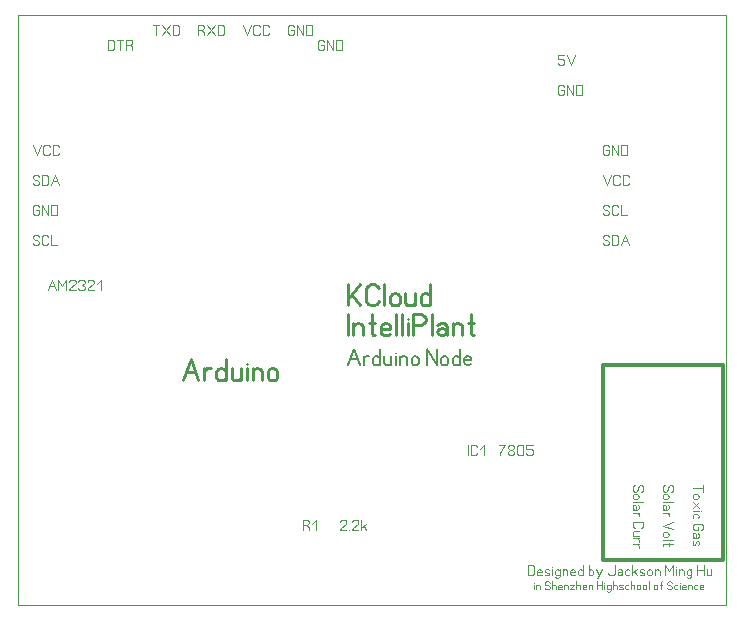
<source format=gbr>
%FSLAX34Y34*%
%MOMM*%
%LNSILK_BOTTOM_*%
G71*
G01*
%ADD10C, 0.00*%
%ADD11C, 0.22*%
%ADD12C, 0.11*%
%ADD13C, 0.17*%
%ADD14C, 0.09*%
%ADD15C, 0.30*%
%LPD*%
G54D10*
X0Y500000D02*
X600000Y500000D01*
X600000Y0D01*
X0Y0D01*
X0Y500000D01*
G54D11*
X139700Y190500D02*
X146367Y208278D01*
X153033Y190500D01*
G54D11*
X142367Y197167D02*
X150367Y197167D01*
G54D11*
X157922Y190500D02*
X157922Y200500D01*
G54D11*
X157922Y198278D02*
X160589Y200500D01*
X163255Y200500D01*
G54D11*
X176144Y190500D02*
X176144Y208278D01*
G54D11*
X176144Y197611D02*
X174811Y199833D01*
X172144Y200500D01*
X169477Y199833D01*
X168144Y197611D01*
X168144Y193167D01*
X169477Y190944D01*
X172144Y190500D01*
X174811Y190944D01*
X176144Y193167D01*
G54D11*
X189033Y200500D02*
X189033Y190500D01*
G54D11*
X189033Y192722D02*
X187700Y190944D01*
X185033Y190500D01*
X182366Y190944D01*
X181033Y192722D01*
X181033Y200500D01*
G54D11*
X193922Y190500D02*
X193922Y200500D01*
G54D11*
X193922Y203833D02*
X193922Y203833D01*
G54D11*
X198811Y190500D02*
X198811Y200500D01*
G54D11*
X198811Y198278D02*
X200144Y199833D01*
X202811Y200500D01*
X205478Y199833D01*
X206811Y198278D01*
X206811Y190500D01*
G54D11*
X219700Y193167D02*
X219700Y197611D01*
X218367Y199833D01*
X215700Y200500D01*
X213033Y199833D01*
X211700Y197611D01*
X211700Y193167D01*
X213033Y190944D01*
X215700Y190500D01*
X218367Y190944D01*
X219700Y193167D01*
G54D12*
X462533Y466089D02*
X457200Y466089D01*
X457200Y462200D01*
X457867Y462200D01*
X459200Y462756D01*
X460533Y462756D01*
X461867Y462200D01*
X462533Y461089D01*
X462533Y458867D01*
X461867Y457756D01*
X460533Y457200D01*
X459200Y457200D01*
X457867Y457756D01*
X457200Y458867D01*
G54D12*
X464977Y466089D02*
X468310Y457200D01*
X471644Y466089D01*
G54D12*
X459867Y436244D02*
X462533Y436244D01*
X462533Y433467D01*
X461867Y432356D01*
X460533Y431800D01*
X459200Y431800D01*
X457867Y432356D01*
X457200Y433467D01*
X457200Y439022D01*
X457867Y440133D01*
X459200Y440689D01*
X460533Y440689D01*
X461867Y440133D01*
X462533Y439022D01*
G54D12*
X464977Y431800D02*
X464977Y440689D01*
X470310Y431800D01*
X470310Y440689D01*
G54D12*
X472754Y431800D02*
X472754Y440689D01*
X476087Y440689D01*
X477421Y440133D01*
X478087Y439022D01*
X478087Y433467D01*
X477421Y432356D01*
X476087Y431800D01*
X472754Y431800D01*
G54D12*
X381000Y127000D02*
X381000Y135889D01*
G54D12*
X388777Y128667D02*
X388111Y127556D01*
X386777Y127000D01*
X385444Y127000D01*
X384111Y127556D01*
X383444Y128667D01*
X383444Y134222D01*
X384111Y135333D01*
X385444Y135889D01*
X386777Y135889D01*
X388111Y135333D01*
X388777Y134222D01*
G54D12*
X391221Y132556D02*
X394554Y135889D01*
X394554Y127000D01*
G54D12*
X407306Y135889D02*
X412639Y135889D01*
X411973Y134778D01*
X410639Y133111D01*
X409306Y130889D01*
X408639Y129222D01*
X408639Y127000D01*
G54D12*
X418416Y131444D02*
X417083Y131444D01*
X415750Y132000D01*
X415083Y133111D01*
X415083Y134222D01*
X415750Y135333D01*
X417083Y135889D01*
X418416Y135889D01*
X419750Y135333D01*
X420416Y134222D01*
X420416Y133111D01*
X419750Y132000D01*
X418416Y131444D01*
X419750Y130889D01*
X420416Y129778D01*
X420416Y128667D01*
X419750Y127556D01*
X418416Y127000D01*
X417083Y127000D01*
X415750Y127556D01*
X415083Y128667D01*
X415083Y129778D01*
X415750Y130889D01*
X417083Y131444D01*
G54D12*
X428193Y134222D02*
X428193Y128667D01*
X427527Y127556D01*
X426193Y127000D01*
X424860Y127000D01*
X423527Y127556D01*
X422860Y128667D01*
X422860Y134222D01*
X423527Y135333D01*
X424860Y135889D01*
X426193Y135889D01*
X427527Y135333D01*
X428193Y134222D01*
G54D12*
X435970Y135889D02*
X430637Y135889D01*
X430637Y132000D01*
X431304Y132000D01*
X432637Y132556D01*
X433970Y132556D01*
X435304Y132000D01*
X435970Y130889D01*
X435970Y128667D01*
X435304Y127556D01*
X433970Y127000D01*
X432637Y127000D01*
X431304Y127556D01*
X430637Y128667D01*
G54D12*
X243967Y67944D02*
X245967Y66833D01*
X246633Y65722D01*
X246633Y63500D01*
G54D12*
X241300Y63500D02*
X241300Y72389D01*
X244633Y72389D01*
X245967Y71833D01*
X246633Y70722D01*
X246633Y69611D01*
X245967Y68500D01*
X244633Y67944D01*
X241300Y67944D01*
G54D12*
X249077Y69056D02*
X252410Y72389D01*
X252410Y63500D01*
G54D12*
X278226Y63500D02*
X272893Y63500D01*
X272893Y64056D01*
X273560Y65167D01*
X277560Y68500D01*
X278226Y69611D01*
X278226Y70722D01*
X277560Y71833D01*
X276226Y72389D01*
X274893Y72389D01*
X273560Y71833D01*
X272893Y70722D01*
G54D12*
X280670Y63500D02*
X280670Y63500D01*
G54D12*
X288447Y63500D02*
X283114Y63500D01*
X283114Y64056D01*
X283781Y65167D01*
X287781Y68500D01*
X288447Y69611D01*
X288447Y70722D01*
X287781Y71833D01*
X286447Y72389D01*
X285114Y72389D01*
X283781Y71833D01*
X283114Y70722D01*
G54D12*
X290891Y63500D02*
X290891Y72389D01*
G54D12*
X292891Y66833D02*
X294891Y63500D01*
G54D12*
X290891Y65722D02*
X294891Y68500D01*
G54D11*
X279400Y254000D02*
X279400Y271778D01*
G54D11*
X279400Y259556D02*
X290067Y271778D01*
G54D11*
X283400Y262889D02*
X290067Y254000D01*
G54D11*
X305623Y257333D02*
X304289Y255111D01*
X301623Y254000D01*
X298956Y254000D01*
X296289Y255111D01*
X294956Y257333D01*
X294956Y268444D01*
X296289Y270667D01*
X298956Y271778D01*
X301623Y271778D01*
X304289Y270667D01*
X305623Y268444D01*
G54D11*
X310512Y254000D02*
X310512Y271778D01*
G54D11*
X323401Y256667D02*
X323401Y261111D01*
X322068Y263333D01*
X319401Y264000D01*
X316734Y263333D01*
X315401Y261111D01*
X315401Y256667D01*
X316734Y254444D01*
X319401Y254000D01*
X322068Y254444D01*
X323401Y256667D01*
G54D11*
X336290Y264000D02*
X336290Y254000D01*
G54D11*
X336290Y256222D02*
X334957Y254444D01*
X332290Y254000D01*
X329623Y254444D01*
X328290Y256222D01*
X328290Y264000D01*
G54D11*
X349179Y254000D02*
X349179Y271778D01*
G54D11*
X349179Y261111D02*
X347846Y263333D01*
X345179Y264000D01*
X342512Y263333D01*
X341179Y261111D01*
X341179Y256667D01*
X342512Y254444D01*
X345179Y254000D01*
X347846Y254444D01*
X349179Y256667D01*
G54D11*
X279400Y228600D02*
X279400Y246378D01*
G54D11*
X284289Y228600D02*
X284289Y238600D01*
G54D11*
X284289Y236378D02*
X285622Y237933D01*
X288289Y238600D01*
X290956Y237933D01*
X292289Y236378D01*
X292289Y228600D01*
G54D11*
X299845Y246378D02*
X299845Y229711D01*
X301178Y228600D01*
X302511Y229044D01*
G54D11*
X297178Y238600D02*
X302511Y238600D01*
G54D11*
X315400Y229711D02*
X313267Y228600D01*
X310600Y228600D01*
X307933Y229711D01*
X307400Y231933D01*
X307400Y235711D01*
X308733Y237933D01*
X311400Y238600D01*
X314067Y237933D01*
X315400Y236378D01*
X315400Y234156D01*
X307400Y234156D01*
G54D11*
X320289Y228600D02*
X320289Y246378D01*
G54D11*
X325178Y228600D02*
X325178Y246378D01*
G54D11*
X330067Y228600D02*
X330067Y238600D01*
G54D11*
X330067Y241933D02*
X330067Y241933D01*
G54D11*
X334956Y228600D02*
X334956Y246378D01*
X341623Y246378D01*
X344289Y245267D01*
X345623Y243044D01*
X345623Y240822D01*
X344289Y238600D01*
X341623Y237489D01*
X334956Y237489D01*
G54D11*
X350512Y228600D02*
X350512Y246378D01*
G54D11*
X355401Y237489D02*
X358068Y238600D01*
X361268Y238600D01*
X363401Y236378D01*
X363401Y228600D01*
G54D11*
X363401Y231933D02*
X362068Y234156D01*
X359401Y234600D01*
X356734Y234156D01*
X355401Y231933D01*
X355934Y229711D01*
X358068Y228600D01*
X359401Y228600D01*
X359934Y228600D01*
X362068Y229711D01*
X363401Y231933D01*
G54D11*
X368290Y228600D02*
X368290Y238600D01*
G54D11*
X368290Y236378D02*
X369623Y237933D01*
X372290Y238600D01*
X374957Y237933D01*
X376290Y236378D01*
X376290Y228600D01*
G54D11*
X383846Y246378D02*
X383846Y229711D01*
X385179Y228600D01*
X386512Y229044D01*
G54D11*
X381179Y238600D02*
X386512Y238600D01*
G54D13*
X279400Y203200D02*
X284400Y216533D01*
X289400Y203200D01*
G54D13*
X281400Y208200D02*
X287400Y208200D01*
G54D13*
X293067Y203200D02*
X293067Y210700D01*
G54D13*
X293067Y209033D02*
X295067Y210700D01*
X297067Y210700D01*
G54D13*
X306734Y203200D02*
X306734Y216533D01*
G54D13*
X306734Y208533D02*
X305734Y210200D01*
X303734Y210700D01*
X301734Y210200D01*
X300734Y208533D01*
X300734Y205200D01*
X301734Y203533D01*
X303734Y203200D01*
X305734Y203533D01*
X306734Y205200D01*
G54D13*
X316401Y210700D02*
X316401Y203200D01*
G54D13*
X316401Y204867D02*
X315401Y203533D01*
X313401Y203200D01*
X311401Y203533D01*
X310401Y204867D01*
X310401Y210700D01*
G54D13*
X320068Y203200D02*
X320068Y210700D01*
G54D13*
X320068Y213200D02*
X320068Y213200D01*
G54D13*
X323735Y203200D02*
X323735Y210700D01*
G54D13*
X323735Y209033D02*
X324735Y210200D01*
X326735Y210700D01*
X328735Y210200D01*
X329735Y209033D01*
X329735Y203200D01*
G54D13*
X339402Y205200D02*
X339402Y208533D01*
X338402Y210200D01*
X336402Y210700D01*
X334402Y210200D01*
X333402Y208533D01*
X333402Y205200D01*
X334402Y203533D01*
X336402Y203200D01*
X338402Y203533D01*
X339402Y205200D01*
G54D13*
X346936Y203200D02*
X346936Y216533D01*
X354936Y203200D01*
X354936Y216533D01*
G54D13*
X364603Y205200D02*
X364603Y208533D01*
X363603Y210200D01*
X361603Y210700D01*
X359603Y210200D01*
X358603Y208533D01*
X358603Y205200D01*
X359603Y203533D01*
X361603Y203200D01*
X363603Y203533D01*
X364603Y205200D01*
G54D13*
X374270Y203200D02*
X374270Y216533D01*
G54D13*
X374270Y208533D02*
X373270Y210200D01*
X371270Y210700D01*
X369270Y210200D01*
X368270Y208533D01*
X368270Y205200D01*
X369270Y203533D01*
X371270Y203200D01*
X373270Y203533D01*
X374270Y205200D01*
G54D13*
X383937Y204033D02*
X382337Y203200D01*
X380337Y203200D01*
X378337Y204033D01*
X377937Y205700D01*
X377937Y208533D01*
X378937Y210200D01*
X380937Y210700D01*
X382937Y210200D01*
X383937Y209033D01*
X383937Y207367D01*
X377937Y207367D01*
G54D12*
X497967Y385444D02*
X500633Y385444D01*
X500633Y382667D01*
X499967Y381556D01*
X498633Y381000D01*
X497300Y381000D01*
X495967Y381556D01*
X495300Y382667D01*
X495300Y388222D01*
X495967Y389333D01*
X497300Y389889D01*
X498633Y389889D01*
X499967Y389333D01*
X500633Y388222D01*
G54D12*
X503077Y381000D02*
X503077Y389889D01*
X508410Y381000D01*
X508410Y389889D01*
G54D12*
X510854Y381000D02*
X510854Y389889D01*
X514187Y389889D01*
X515521Y389333D01*
X516187Y388222D01*
X516187Y382667D01*
X515521Y381556D01*
X514187Y381000D01*
X510854Y381000D01*
G54D12*
X495300Y364489D02*
X498633Y355600D01*
X501967Y364489D01*
G54D12*
X509744Y357267D02*
X509078Y356156D01*
X507744Y355600D01*
X506411Y355600D01*
X505078Y356156D01*
X504411Y357267D01*
X504411Y362822D01*
X505078Y363933D01*
X506411Y364489D01*
X507744Y364489D01*
X509078Y363933D01*
X509744Y362822D01*
G54D12*
X517521Y357267D02*
X516855Y356156D01*
X515521Y355600D01*
X514188Y355600D01*
X512855Y356156D01*
X512188Y357267D01*
X512188Y362822D01*
X512855Y363933D01*
X514188Y364489D01*
X515521Y364489D01*
X516855Y363933D01*
X517521Y362822D01*
G54D12*
X495300Y331867D02*
X495967Y330756D01*
X497300Y330200D01*
X498633Y330200D01*
X499967Y330756D01*
X500633Y331867D01*
X500633Y332978D01*
X499967Y334089D01*
X498633Y334644D01*
X497300Y334644D01*
X495967Y335200D01*
X495300Y336311D01*
X495300Y337422D01*
X495967Y338533D01*
X497300Y339089D01*
X498633Y339089D01*
X499967Y338533D01*
X500633Y337422D01*
G54D12*
X508410Y331867D02*
X507744Y330756D01*
X506410Y330200D01*
X505077Y330200D01*
X503744Y330756D01*
X503077Y331867D01*
X503077Y337422D01*
X503744Y338533D01*
X505077Y339089D01*
X506410Y339089D01*
X507744Y338533D01*
X508410Y337422D01*
G54D12*
X510854Y339089D02*
X510854Y330200D01*
X515521Y330200D01*
G54D12*
X495300Y306467D02*
X495967Y305356D01*
X497300Y304800D01*
X498633Y304800D01*
X499967Y305356D01*
X500633Y306467D01*
X500633Y307578D01*
X499967Y308689D01*
X498633Y309244D01*
X497300Y309244D01*
X495967Y309800D01*
X495300Y310911D01*
X495300Y312022D01*
X495967Y313133D01*
X497300Y313689D01*
X498633Y313689D01*
X499967Y313133D01*
X500633Y312022D01*
G54D12*
X503077Y304800D02*
X503077Y313689D01*
X506410Y313689D01*
X507744Y313133D01*
X508410Y312022D01*
X508410Y306467D01*
X507744Y305356D01*
X506410Y304800D01*
X503077Y304800D01*
G54D12*
X510854Y304800D02*
X514187Y313689D01*
X517521Y304800D01*
G54D12*
X512187Y308133D02*
X516187Y308133D01*
G54D12*
X431800Y25400D02*
X431800Y34289D01*
X435133Y34289D01*
X436467Y33733D01*
X437133Y32622D01*
X437133Y27067D01*
X436467Y25956D01*
X435133Y25400D01*
X431800Y25400D01*
G54D12*
X443577Y25956D02*
X442510Y25400D01*
X441177Y25400D01*
X439844Y25956D01*
X439577Y27067D01*
X439577Y28956D01*
X440244Y30067D01*
X441577Y30400D01*
X442910Y30067D01*
X443577Y29289D01*
X443577Y28178D01*
X439577Y28178D01*
G54D12*
X446021Y25956D02*
X447354Y25400D01*
X448688Y25400D01*
X450021Y25956D01*
X450021Y27067D01*
X449354Y27622D01*
X446688Y28178D01*
X446021Y28733D01*
X446021Y29844D01*
X447354Y30400D01*
X448688Y30400D01*
X450021Y29844D01*
G54D12*
X452465Y25400D02*
X452465Y30400D01*
G54D12*
X452465Y32067D02*
X452465Y32067D01*
G54D12*
X454909Y23733D02*
X456242Y23178D01*
X457176Y23178D01*
X458509Y23733D01*
X458909Y24844D01*
X458909Y30400D01*
G54D12*
X458909Y28956D02*
X458242Y30067D01*
X456909Y30400D01*
X455576Y30067D01*
X454909Y28956D01*
X454909Y26733D01*
X455576Y25622D01*
X456909Y25400D01*
X458242Y25622D01*
X458909Y26733D01*
G54D12*
X461353Y25400D02*
X461353Y30400D01*
G54D12*
X461353Y29289D02*
X462020Y30067D01*
X463353Y30400D01*
X464686Y30067D01*
X465353Y29289D01*
X465353Y25400D01*
G54D12*
X471797Y25956D02*
X470730Y25400D01*
X469397Y25400D01*
X468064Y25956D01*
X467797Y27067D01*
X467797Y28956D01*
X468464Y30067D01*
X469797Y30400D01*
X471130Y30067D01*
X471797Y29289D01*
X471797Y28178D01*
X467797Y28178D01*
G54D12*
X478241Y25400D02*
X478241Y34289D01*
G54D12*
X478241Y28956D02*
X477574Y30067D01*
X476241Y30400D01*
X474908Y30067D01*
X474241Y28956D01*
X474241Y26733D01*
X474908Y25622D01*
X476241Y25400D01*
X477574Y25622D01*
X478241Y26733D01*
G54D12*
X483262Y25400D02*
X483262Y34289D01*
G54D12*
X483262Y28956D02*
X483929Y30067D01*
X485262Y30400D01*
X486595Y30067D01*
X487262Y28956D01*
X487262Y26733D01*
X486595Y25622D01*
X485262Y25400D01*
X483929Y25622D01*
X483262Y26733D01*
G54D12*
X489706Y30400D02*
X492373Y25400D01*
X495039Y30400D01*
G54D12*
X492373Y25400D02*
X491706Y23733D01*
X491039Y23178D01*
X490373Y23178D01*
G54D12*
X505393Y34289D02*
X505393Y27067D01*
X504727Y25956D01*
X503393Y25400D01*
X502060Y25400D01*
X500727Y25956D01*
X500060Y27067D01*
G54D12*
X507837Y29844D02*
X509170Y30400D01*
X510770Y30400D01*
X511837Y29289D01*
X511837Y25400D01*
G54D12*
X511837Y27067D02*
X511170Y28178D01*
X509837Y28400D01*
X508504Y28178D01*
X507837Y27067D01*
X508104Y25956D01*
X509170Y25400D01*
X509837Y25400D01*
X510104Y25400D01*
X511170Y25956D01*
X511837Y27067D01*
G54D12*
X517614Y30067D02*
X516281Y30400D01*
X514948Y30067D01*
X514281Y28956D01*
X514281Y26733D01*
X514948Y25622D01*
X516281Y25400D01*
X517614Y25622D01*
G54D12*
X520058Y25400D02*
X520058Y34289D01*
G54D12*
X522058Y28733D02*
X524058Y25400D01*
G54D12*
X520058Y27622D02*
X524058Y30400D01*
G54D12*
X526502Y25956D02*
X527835Y25400D01*
X529169Y25400D01*
X530502Y25956D01*
X530502Y27067D01*
X529835Y27622D01*
X527169Y28178D01*
X526502Y28733D01*
X526502Y29844D01*
X527835Y30400D01*
X529169Y30400D01*
X530502Y29844D01*
G54D12*
X536946Y26733D02*
X536946Y28956D01*
X536279Y30067D01*
X534946Y30400D01*
X533613Y30067D01*
X532946Y28956D01*
X532946Y26733D01*
X533613Y25622D01*
X534946Y25400D01*
X536279Y25622D01*
X536946Y26733D01*
G54D12*
X539390Y25400D02*
X539390Y30400D01*
G54D12*
X539390Y29289D02*
X540057Y30067D01*
X541390Y30400D01*
X542723Y30067D01*
X543390Y29289D01*
X543390Y25400D01*
G54D12*
X548411Y25400D02*
X548411Y34289D01*
X551744Y28733D01*
X555078Y34289D01*
X555078Y25400D01*
G54D12*
X557522Y25400D02*
X557522Y30400D01*
G54D12*
X557522Y32067D02*
X557522Y32067D01*
G54D12*
X559966Y25400D02*
X559966Y30400D01*
G54D12*
X559966Y29289D02*
X560633Y30067D01*
X561966Y30400D01*
X563299Y30067D01*
X563966Y29289D01*
X563966Y25400D01*
G54D12*
X566410Y23733D02*
X567743Y23178D01*
X568677Y23178D01*
X570010Y23733D01*
X570410Y24844D01*
X570410Y30400D01*
G54D12*
X570410Y28956D02*
X569743Y30067D01*
X568410Y30400D01*
X567077Y30067D01*
X566410Y28956D01*
X566410Y26733D01*
X567077Y25622D01*
X568410Y25400D01*
X569743Y25622D01*
X570410Y26733D01*
G54D12*
X575431Y25400D02*
X575431Y34289D01*
G54D12*
X580764Y25400D02*
X580764Y34289D01*
G54D12*
X575431Y29844D02*
X580764Y29844D01*
G54D12*
X587208Y30400D02*
X587208Y25400D01*
G54D12*
X587208Y26511D02*
X586541Y25622D01*
X585208Y25400D01*
X583875Y25622D01*
X583208Y26511D01*
X583208Y30400D01*
G54D14*
X437025Y13367D02*
X437025Y17367D01*
G54D14*
X437025Y18700D02*
X437025Y18700D01*
G54D14*
X438981Y13367D02*
X438981Y17367D01*
G54D14*
X438981Y16478D02*
X439514Y17100D01*
X440581Y17367D01*
X441648Y17100D01*
X442181Y16478D01*
X442181Y13367D01*
G54D14*
X446200Y14700D02*
X446733Y13811D01*
X447800Y13367D01*
X448867Y13367D01*
X449933Y13811D01*
X450467Y14700D01*
X450467Y15589D01*
X449933Y16478D01*
X448867Y16923D01*
X447800Y16923D01*
X446733Y17367D01*
X446200Y18256D01*
X446200Y19145D01*
X446733Y20034D01*
X447800Y20478D01*
X448867Y20478D01*
X449933Y20034D01*
X450467Y19145D01*
G54D14*
X452423Y13367D02*
X452423Y20478D01*
G54D14*
X452423Y16211D02*
X452956Y17100D01*
X454023Y17367D01*
X455090Y17100D01*
X455623Y16211D01*
X455623Y13367D01*
G54D14*
X460779Y13811D02*
X459926Y13367D01*
X458859Y13367D01*
X457792Y13811D01*
X457579Y14700D01*
X457579Y16211D01*
X458112Y17100D01*
X459179Y17367D01*
X460246Y17100D01*
X460779Y16478D01*
X460779Y15589D01*
X457579Y15589D01*
G54D14*
X462735Y13367D02*
X462735Y17367D01*
G54D14*
X462735Y16478D02*
X463268Y17100D01*
X464335Y17367D01*
X465402Y17100D01*
X465935Y16478D01*
X465935Y13367D01*
G54D14*
X467891Y17367D02*
X471091Y17367D01*
X467891Y13367D01*
X471091Y13367D01*
G54D14*
X473047Y13367D02*
X473047Y20478D01*
G54D14*
X473047Y16211D02*
X473580Y17100D01*
X474647Y17367D01*
X475714Y17100D01*
X476247Y16211D01*
X476247Y13367D01*
G54D14*
X481403Y13811D02*
X480550Y13367D01*
X479483Y13367D01*
X478416Y13811D01*
X478203Y14700D01*
X478203Y16211D01*
X478736Y17100D01*
X479803Y17367D01*
X480870Y17100D01*
X481403Y16478D01*
X481403Y15589D01*
X478203Y15589D01*
G54D14*
X483359Y13367D02*
X483359Y17367D01*
G54D14*
X483359Y16478D02*
X483892Y17100D01*
X484959Y17367D01*
X486026Y17100D01*
X486559Y16478D01*
X486559Y13367D01*
G54D14*
X490578Y13367D02*
X490578Y20478D01*
G54D14*
X494845Y13367D02*
X494845Y20478D01*
G54D14*
X490578Y16923D02*
X494845Y16923D01*
G54D14*
X496801Y13367D02*
X496801Y17367D01*
G54D14*
X496801Y18700D02*
X496801Y18700D01*
G54D14*
X498757Y12034D02*
X499824Y11589D01*
X500570Y11589D01*
X501637Y12034D01*
X501957Y12923D01*
X501957Y17367D01*
G54D14*
X501957Y16211D02*
X501424Y17100D01*
X500357Y17367D01*
X499290Y17100D01*
X498757Y16211D01*
X498757Y14434D01*
X499290Y13545D01*
X500357Y13367D01*
X501424Y13545D01*
X501957Y14434D01*
G54D14*
X503913Y13367D02*
X503913Y20478D01*
G54D14*
X503913Y16211D02*
X504446Y17100D01*
X505513Y17367D01*
X506580Y17100D01*
X507113Y16211D01*
X507113Y13367D01*
G54D14*
X509069Y13811D02*
X510136Y13367D01*
X511202Y13367D01*
X512269Y13811D01*
X512269Y14700D01*
X511736Y15145D01*
X509602Y15589D01*
X509069Y16034D01*
X509069Y16923D01*
X510136Y17367D01*
X511202Y17367D01*
X512269Y16923D01*
G54D14*
X516892Y17100D02*
X515825Y17367D01*
X514758Y17100D01*
X514225Y16211D01*
X514225Y14434D01*
X514758Y13545D01*
X515825Y13367D01*
X516892Y13545D01*
G54D14*
X518848Y13367D02*
X518848Y20478D01*
G54D14*
X518848Y16211D02*
X519381Y17100D01*
X520448Y17367D01*
X521515Y17100D01*
X522048Y16211D01*
X522048Y13367D01*
G54D14*
X527204Y14434D02*
X527204Y16211D01*
X526671Y17100D01*
X525604Y17367D01*
X524537Y17100D01*
X524004Y16211D01*
X524004Y14434D01*
X524537Y13545D01*
X525604Y13367D01*
X526671Y13545D01*
X527204Y14434D01*
G54D14*
X532360Y14434D02*
X532360Y16211D01*
X531827Y17100D01*
X530760Y17367D01*
X529693Y17100D01*
X529160Y16211D01*
X529160Y14434D01*
X529693Y13545D01*
X530760Y13367D01*
X531827Y13545D01*
X532360Y14434D01*
G54D14*
X534316Y13367D02*
X534316Y20478D01*
G54D14*
X541535Y14434D02*
X541535Y16211D01*
X541002Y17100D01*
X539935Y17367D01*
X538868Y17100D01*
X538335Y16211D01*
X538335Y14434D01*
X538868Y13545D01*
X539935Y13367D01*
X541002Y13545D01*
X541535Y14434D01*
G54D14*
X544558Y13367D02*
X544558Y20034D01*
X545091Y20478D01*
X545624Y20211D01*
G54D14*
X543491Y17367D02*
X545624Y17367D01*
G54D14*
X549643Y14700D02*
X550176Y13811D01*
X551243Y13367D01*
X552310Y13367D01*
X553376Y13811D01*
X553910Y14700D01*
X553910Y15589D01*
X553376Y16478D01*
X552310Y16923D01*
X551243Y16923D01*
X550176Y17367D01*
X549643Y18256D01*
X549643Y19145D01*
X550176Y20034D01*
X551243Y20478D01*
X552310Y20478D01*
X553376Y20034D01*
X553910Y19145D01*
G54D14*
X558533Y17100D02*
X557466Y17367D01*
X556399Y17100D01*
X555866Y16211D01*
X555866Y14434D01*
X556399Y13545D01*
X557466Y13367D01*
X558533Y13545D01*
G54D14*
X560489Y13367D02*
X560489Y17367D01*
G54D14*
X560489Y18700D02*
X560489Y18700D01*
G54D14*
X565645Y13811D02*
X564792Y13367D01*
X563725Y13367D01*
X562658Y13811D01*
X562445Y14700D01*
X562445Y16211D01*
X562978Y17100D01*
X564045Y17367D01*
X565112Y17100D01*
X565645Y16478D01*
X565645Y15589D01*
X562445Y15589D01*
G54D14*
X567601Y13367D02*
X567601Y17367D01*
G54D14*
X567601Y16478D02*
X568134Y17100D01*
X569201Y17367D01*
X570268Y17100D01*
X570801Y16478D01*
X570801Y13367D01*
G54D14*
X575424Y17100D02*
X574357Y17367D01*
X573290Y17100D01*
X572757Y16211D01*
X572757Y14434D01*
X573290Y13545D01*
X574357Y13367D01*
X575424Y13545D01*
G54D14*
X580580Y13811D02*
X579727Y13367D01*
X578660Y13367D01*
X577593Y13811D01*
X577380Y14700D01*
X577380Y16211D01*
X577913Y17100D01*
X578980Y17367D01*
X580047Y17100D01*
X580580Y16478D01*
X580580Y15589D01*
X577380Y15589D01*
G54D12*
X76200Y469900D02*
X76200Y478789D01*
X79533Y478789D01*
X80867Y478233D01*
X81533Y477122D01*
X81533Y471567D01*
X80867Y470456D01*
X79533Y469900D01*
X76200Y469900D01*
G54D12*
X86644Y469900D02*
X86644Y478789D01*
G54D12*
X83977Y478789D02*
X89310Y478789D01*
G54D12*
X94421Y474344D02*
X96421Y473233D01*
X97087Y472122D01*
X97087Y469900D01*
G54D12*
X91754Y469900D02*
X91754Y478789D01*
X95087Y478789D01*
X96421Y478233D01*
X97087Y477122D01*
X97087Y476011D01*
X96421Y474900D01*
X95087Y474344D01*
X91754Y474344D01*
G54D12*
X116967Y482600D02*
X116967Y491489D01*
G54D12*
X114300Y491489D02*
X119633Y491489D01*
G54D12*
X122077Y491489D02*
X128744Y482600D01*
G54D12*
X122077Y482600D02*
X128744Y491489D01*
G54D12*
X131188Y482600D02*
X131188Y491489D01*
X134521Y491489D01*
X135855Y490933D01*
X136521Y489822D01*
X136521Y484267D01*
X135855Y483156D01*
X134521Y482600D01*
X131188Y482600D01*
G54D12*
X155067Y487044D02*
X157067Y485933D01*
X157733Y484822D01*
X157733Y482600D01*
G54D12*
X152400Y482600D02*
X152400Y491489D01*
X155733Y491489D01*
X157067Y490933D01*
X157733Y489822D01*
X157733Y488711D01*
X157067Y487600D01*
X155733Y487044D01*
X152400Y487044D01*
G54D12*
X160177Y491489D02*
X166844Y482600D01*
G54D12*
X160177Y482600D02*
X166844Y491489D01*
G54D12*
X169288Y482600D02*
X169288Y491489D01*
X172621Y491489D01*
X173955Y490933D01*
X174621Y489822D01*
X174621Y484267D01*
X173955Y483156D01*
X172621Y482600D01*
X169288Y482600D01*
G54D12*
X190500Y491489D02*
X193833Y482600D01*
X197167Y491489D01*
G54D12*
X204944Y484267D02*
X204278Y483156D01*
X202944Y482600D01*
X201611Y482600D01*
X200278Y483156D01*
X199611Y484267D01*
X199611Y489822D01*
X200278Y490933D01*
X201611Y491489D01*
X202944Y491489D01*
X204278Y490933D01*
X204944Y489822D01*
G54D12*
X212721Y484267D02*
X212055Y483156D01*
X210721Y482600D01*
X209388Y482600D01*
X208055Y483156D01*
X207388Y484267D01*
X207388Y489822D01*
X208055Y490933D01*
X209388Y491489D01*
X210721Y491489D01*
X212055Y490933D01*
X212721Y489822D01*
G54D12*
X231267Y487044D02*
X233933Y487044D01*
X233933Y484267D01*
X233267Y483156D01*
X231933Y482600D01*
X230600Y482600D01*
X229267Y483156D01*
X228600Y484267D01*
X228600Y489822D01*
X229267Y490933D01*
X230600Y491489D01*
X231933Y491489D01*
X233267Y490933D01*
X233933Y489822D01*
G54D12*
X236377Y482600D02*
X236377Y491489D01*
X241710Y482600D01*
X241710Y491489D01*
G54D12*
X244154Y482600D02*
X244154Y491489D01*
X247487Y491489D01*
X248821Y490933D01*
X249487Y489822D01*
X249487Y484267D01*
X248821Y483156D01*
X247487Y482600D01*
X244154Y482600D01*
G54D12*
X256667Y474344D02*
X259333Y474344D01*
X259333Y471567D01*
X258667Y470456D01*
X257333Y469900D01*
X256000Y469900D01*
X254667Y470456D01*
X254000Y471567D01*
X254000Y477122D01*
X254667Y478233D01*
X256000Y478789D01*
X257333Y478789D01*
X258667Y478233D01*
X259333Y477122D01*
G54D12*
X261777Y469900D02*
X261777Y478789D01*
X267110Y469900D01*
X267110Y478789D01*
G54D12*
X269554Y469900D02*
X269554Y478789D01*
X272887Y478789D01*
X274221Y478233D01*
X274887Y477122D01*
X274887Y471567D01*
X274221Y470456D01*
X272887Y469900D01*
X269554Y469900D01*
G54D12*
X25400Y266700D02*
X28733Y275589D01*
X32067Y266700D01*
G54D12*
X26733Y270033D02*
X30733Y270033D01*
G54D12*
X34511Y266700D02*
X34511Y275589D01*
X37844Y270033D01*
X41178Y275589D01*
X41178Y266700D01*
G54D12*
X48955Y266700D02*
X43622Y266700D01*
X43622Y267256D01*
X44289Y268367D01*
X48289Y271700D01*
X48955Y272811D01*
X48955Y273922D01*
X48289Y275033D01*
X46955Y275589D01*
X45622Y275589D01*
X44289Y275033D01*
X43622Y273922D01*
G54D12*
X51399Y273922D02*
X52066Y275033D01*
X53399Y275589D01*
X54732Y275589D01*
X56066Y275033D01*
X56732Y273922D01*
X56732Y272811D01*
X56066Y271700D01*
X54732Y271144D01*
X56066Y270589D01*
X56732Y269478D01*
X56732Y268367D01*
X56066Y267256D01*
X54732Y266700D01*
X53399Y266700D01*
X52066Y267256D01*
X51399Y268367D01*
G54D12*
X64509Y266700D02*
X59176Y266700D01*
X59176Y267256D01*
X59843Y268367D01*
X63843Y271700D01*
X64509Y272811D01*
X64509Y273922D01*
X63843Y275033D01*
X62509Y275589D01*
X61176Y275589D01*
X59843Y275033D01*
X59176Y273922D01*
G54D12*
X66953Y272256D02*
X70286Y275589D01*
X70286Y266700D01*
G54D12*
X12700Y389889D02*
X16033Y381000D01*
X19367Y389889D01*
G54D12*
X27144Y382667D02*
X26478Y381556D01*
X25144Y381000D01*
X23811Y381000D01*
X22478Y381556D01*
X21811Y382667D01*
X21811Y388222D01*
X22478Y389333D01*
X23811Y389889D01*
X25144Y389889D01*
X26478Y389333D01*
X27144Y388222D01*
G54D12*
X34921Y382667D02*
X34255Y381556D01*
X32921Y381000D01*
X31588Y381000D01*
X30255Y381556D01*
X29588Y382667D01*
X29588Y388222D01*
X30255Y389333D01*
X31588Y389889D01*
X32921Y389889D01*
X34255Y389333D01*
X34921Y388222D01*
G54D12*
X12700Y357267D02*
X13367Y356156D01*
X14700Y355600D01*
X16033Y355600D01*
X17367Y356156D01*
X18033Y357267D01*
X18033Y358378D01*
X17367Y359489D01*
X16033Y360044D01*
X14700Y360044D01*
X13367Y360600D01*
X12700Y361711D01*
X12700Y362822D01*
X13367Y363933D01*
X14700Y364489D01*
X16033Y364489D01*
X17367Y363933D01*
X18033Y362822D01*
G54D12*
X20477Y355600D02*
X20477Y364489D01*
X23810Y364489D01*
X25144Y363933D01*
X25810Y362822D01*
X25810Y357267D01*
X25144Y356156D01*
X23810Y355600D01*
X20477Y355600D01*
G54D12*
X28254Y355600D02*
X31587Y364489D01*
X34921Y355600D01*
G54D12*
X29587Y358933D02*
X33587Y358933D01*
G54D12*
X12700Y306467D02*
X13367Y305356D01*
X14700Y304800D01*
X16033Y304800D01*
X17367Y305356D01*
X18033Y306467D01*
X18033Y307578D01*
X17367Y308689D01*
X16033Y309244D01*
X14700Y309244D01*
X13367Y309800D01*
X12700Y310911D01*
X12700Y312022D01*
X13367Y313133D01*
X14700Y313689D01*
X16033Y313689D01*
X17367Y313133D01*
X18033Y312022D01*
G54D12*
X25810Y306467D02*
X25144Y305356D01*
X23810Y304800D01*
X22477Y304800D01*
X21144Y305356D01*
X20477Y306467D01*
X20477Y312022D01*
X21144Y313133D01*
X22477Y313689D01*
X23810Y313689D01*
X25144Y313133D01*
X25810Y312022D01*
G54D12*
X28254Y313689D02*
X28254Y304800D01*
X32921Y304800D01*
G54D12*
X15367Y334644D02*
X18033Y334644D01*
X18033Y331867D01*
X17367Y330756D01*
X16033Y330200D01*
X14700Y330200D01*
X13367Y330756D01*
X12700Y331867D01*
X12700Y337422D01*
X13367Y338533D01*
X14700Y339089D01*
X16033Y339089D01*
X17367Y338533D01*
X18033Y337422D01*
G54D12*
X20477Y330200D02*
X20477Y339089D01*
X25810Y330200D01*
X25810Y339089D01*
G54D12*
X28254Y330200D02*
X28254Y339089D01*
X31587Y339089D01*
X32921Y338533D01*
X33587Y337422D01*
X33587Y331867D01*
X32921Y330756D01*
X31587Y330200D01*
X28254Y330200D01*
G54D12*
X571500Y98933D02*
X580389Y98933D01*
G54D12*
X580389Y101600D02*
X580389Y96267D01*
G54D12*
X572833Y89823D02*
X575056Y89823D01*
X576167Y90490D01*
X576500Y91823D01*
X576167Y93156D01*
X575056Y93823D01*
X572833Y93823D01*
X571722Y93156D01*
X571500Y91823D01*
X571722Y90490D01*
X572833Y89823D01*
G54D12*
X576500Y87379D02*
X571500Y82046D01*
G54D12*
X571500Y87379D02*
X576500Y82046D01*
G54D12*
X571500Y79602D02*
X576500Y79602D01*
G54D12*
X578167Y79602D02*
X578167Y79602D01*
G54D12*
X576167Y73825D02*
X576500Y75158D01*
X576167Y76491D01*
X575056Y77158D01*
X572833Y77158D01*
X571722Y76491D01*
X571500Y75158D01*
X571722Y73825D01*
G54D12*
X575944Y66137D02*
X575944Y63471D01*
X573167Y63471D01*
X572056Y64137D01*
X571500Y65471D01*
X571500Y66804D01*
X572056Y68137D01*
X573167Y68804D01*
X578722Y68804D01*
X579833Y68137D01*
X580389Y66804D01*
X580389Y65471D01*
X579833Y64137D01*
X578722Y63471D01*
G54D12*
X575944Y61027D02*
X576500Y59694D01*
X576500Y58094D01*
X575389Y57027D01*
X571500Y57027D01*
G54D12*
X573167Y57027D02*
X574278Y57694D01*
X574500Y59027D01*
X574278Y60360D01*
X573167Y61027D01*
X572056Y60760D01*
X571500Y59694D01*
X571500Y59027D01*
X571500Y58760D01*
X572056Y57694D01*
X573167Y57027D01*
G54D12*
X572056Y54583D02*
X571500Y53250D01*
X571500Y51916D01*
X572056Y50583D01*
X573167Y50583D01*
X573722Y51250D01*
X574278Y53916D01*
X574833Y54583D01*
X575944Y54583D01*
X576500Y53250D01*
X576500Y51916D01*
X575944Y50583D01*
G54D12*
X547767Y101600D02*
X546656Y100933D01*
X546100Y99600D01*
X546100Y98267D01*
X546656Y96933D01*
X547767Y96267D01*
X548878Y96267D01*
X549989Y96933D01*
X550544Y98267D01*
X550544Y99600D01*
X551100Y100933D01*
X552211Y101600D01*
X553322Y101600D01*
X554433Y100933D01*
X554989Y99600D01*
X554989Y98267D01*
X554433Y96933D01*
X553322Y96267D01*
G54D12*
X547433Y89823D02*
X549656Y89823D01*
X550767Y90490D01*
X551100Y91823D01*
X550767Y93156D01*
X549656Y93823D01*
X547433Y93823D01*
X546322Y93156D01*
X546100Y91823D01*
X546322Y90490D01*
X547433Y89823D01*
G54D12*
X546100Y87379D02*
X554989Y87379D01*
G54D12*
X550544Y84935D02*
X551100Y83602D01*
X551100Y82002D01*
X549989Y80935D01*
X546100Y80935D01*
G54D12*
X547767Y80935D02*
X548878Y81602D01*
X549100Y82935D01*
X548878Y84268D01*
X547767Y84935D01*
X546656Y84668D01*
X546100Y83602D01*
X546100Y82935D01*
X546100Y82668D01*
X546656Y81602D01*
X547767Y80935D01*
G54D12*
X546100Y78491D02*
X551100Y78491D01*
G54D12*
X549989Y78491D02*
X551100Y77158D01*
X551100Y75824D01*
G54D12*
X554989Y70803D02*
X546100Y67470D01*
X554989Y64136D01*
G54D12*
X547433Y57692D02*
X549656Y57692D01*
X550767Y58359D01*
X551100Y59692D01*
X550767Y61025D01*
X549656Y61692D01*
X547433Y61692D01*
X546322Y61025D01*
X546100Y59692D01*
X546322Y58359D01*
X547433Y57692D01*
G54D12*
X546100Y55248D02*
X554989Y55248D01*
G54D12*
X554989Y51471D02*
X546656Y51471D01*
X546100Y50804D01*
X546322Y50137D01*
G54D12*
X551100Y52804D02*
X551100Y50137D01*
G54D12*
X522367Y101600D02*
X521256Y100933D01*
X520700Y99600D01*
X520700Y98267D01*
X521256Y96933D01*
X522367Y96267D01*
X523478Y96267D01*
X524589Y96933D01*
X525144Y98267D01*
X525144Y99600D01*
X525700Y100933D01*
X526811Y101600D01*
X527922Y101600D01*
X529033Y100933D01*
X529589Y99600D01*
X529589Y98267D01*
X529033Y96933D01*
X527922Y96267D01*
G54D12*
X522033Y89823D02*
X524256Y89823D01*
X525367Y90490D01*
X525700Y91823D01*
X525367Y93156D01*
X524256Y93823D01*
X522033Y93823D01*
X520922Y93156D01*
X520700Y91823D01*
X520922Y90490D01*
X522033Y89823D01*
G54D12*
X520700Y87379D02*
X529589Y87379D01*
G54D12*
X525144Y84935D02*
X525700Y83602D01*
X525700Y82002D01*
X524589Y80935D01*
X520700Y80935D01*
G54D12*
X522367Y80935D02*
X523478Y81602D01*
X523700Y82935D01*
X523478Y84268D01*
X522367Y84935D01*
X521256Y84668D01*
X520700Y83602D01*
X520700Y82935D01*
X520700Y82668D01*
X521256Y81602D01*
X522367Y80935D01*
G54D12*
X520700Y78491D02*
X525700Y78491D01*
G54D12*
X524589Y78491D02*
X525700Y77158D01*
X525700Y75824D01*
G54D12*
X522367Y65470D02*
X521256Y66136D01*
X520700Y67470D01*
X520700Y68803D01*
X521256Y70136D01*
X522367Y70803D01*
X527922Y70803D01*
X529033Y70136D01*
X529589Y68803D01*
X529589Y67470D01*
X529033Y66136D01*
X527922Y65470D01*
G54D12*
X525700Y59026D02*
X520700Y59026D01*
G54D12*
X521811Y59026D02*
X520922Y59693D01*
X520700Y61026D01*
X520922Y62359D01*
X521811Y63026D01*
X525700Y63026D01*
G54D12*
X520700Y56582D02*
X525700Y56582D01*
G54D12*
X524589Y56582D02*
X525700Y55249D01*
X525700Y53915D01*
G54D12*
X520700Y51471D02*
X525700Y51471D01*
G54D12*
X524589Y51471D02*
X525700Y50138D01*
X525700Y48804D01*
G54D15*
X495300Y203200D02*
X596900Y203200D01*
X596900Y38100D01*
X495300Y38100D01*
X495300Y203200D01*
M02*

</source>
